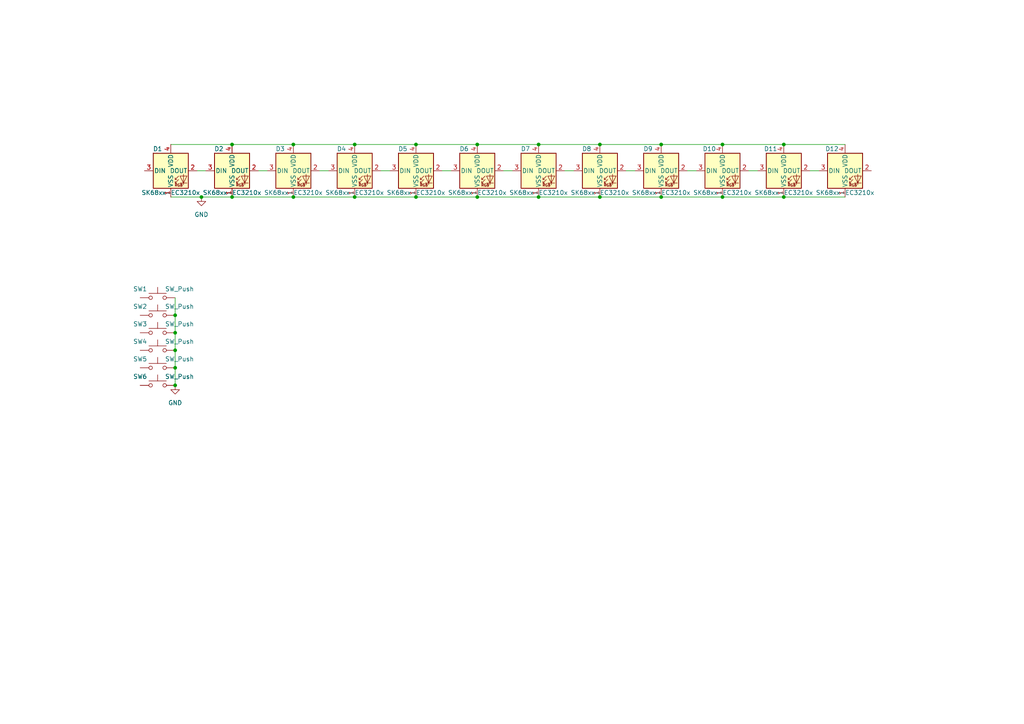
<source format=kicad_sch>
(kicad_sch (version 20230121) (generator eeschema)
  (paper "A4")
  (lib_symbols
    (symbol "Switch:SW_Push" (pin_numbers hide) (pin_names (offset 1.016) hide)
      (property "Reference" "SW" (at 1.27 2.54 0))
      (property "Value" "SW_Push" (at 0 -1.524 0))
      (symbol "SW_Push_0_1"
        (circle (center -2.032 0) (radius 0.508))
        (polyline (pts (xy 0 1.27) (xy 0 3.048)))
        (polyline (pts (xy 2.54 1.27) (xy -2.54 1.27)))
        (circle (center 2.032 0) (radius 0.508))
        (pin passive line (at -5.08 0 0) (length 2.54) (name "1") (number "1"))
        (pin passive line (at 5.08 0 180) (length 2.54) (name "2") (number "2"))
      )
    )
    (symbol "nodular:SK68xx-EC3210x" (pin_names (offset 0.254))
      (property "Reference" "D" (at 5.08 5.715 0))
      (property "Value" "SK68xx-EC3210x" (at 1.27 -5.715 0))
      (symbol "SK68xx-EC3210x_0_0"
        (text "RGB" (at 2.286 -4.191 0) (effects (font (size 0.762 0.762))))
      )
      (symbol "SK68xx-EC3210x_0_1"
        (polyline (pts (xy 1.27 -3.556) (xy 1.778 -3.556)))
        (polyline (pts (xy 1.27 -2.54) (xy 1.778 -2.54)))
        (polyline (pts (xy 4.699 -3.556) (xy 2.667 -3.556)))
        (polyline (pts (xy 2.286 -2.54) (xy 1.27 -3.556) (xy 1.27 -3.048)))
        (polyline (pts (xy 2.286 -1.524) (xy 1.27 -2.54) (xy 1.27 -2.032)))
        (polyline (pts (xy 3.683 -1.016) (xy 3.683 -3.556) (xy 3.683 -4.064)))
        (polyline (pts (xy 4.699 -1.524) (xy 2.667 -1.524) (xy 3.683 -3.556) (xy 4.699 -1.524)))
        (rectangle (start 5.08 5.08) (end -5.08 -5.08) (stroke (width 0.254)) (fill (type background)))
      )
      (symbol "SK68xx-EC3210x_1_1"
        (pin power_in line (at 0 -7.62 90) (length 2.54) (name "VSS") (number "1"))
        (pin output line (at 7.62 0 180) (length 2.54) (name "DOUT") (number "2"))
        (pin input line (at -7.62 0 0) (length 2.54) (name "DIN") (number "3"))
        (pin power_in line (at 0 7.62 270) (length 2.54) (name "VDD") (number "4"))
      )
    )
    (symbol "power:GND" (power) (pin_names (offset 0))
      (property "Value" "GND" (at 0 -3.81 0))
      (symbol "GND_0_1"
        (polyline (pts (xy 0 0) (xy 0 -1.27) (xy 1.27 -1.27) (xy 0 -2.54) (xy -1.27 -1.27) (xy 0 -1.27)))
      )
      (symbol "GND_1_1"
        (pin power_in line (at 0 0 270) (length 0) hide (name "GND") (number "1"))
      )
    )
  )
  (junction (at 191.77 41.91))
  (junction (at 50.8 101.6))
  (junction (at 120.65 57.15))
  (junction (at 50.8 106.68))
  (junction (at 50.8 111.76))
  (junction (at 67.31 57.15))
  (junction (at 120.65 41.91))
  (junction (at 138.43 57.15))
  (junction (at 227.33 41.91))
  (junction (at 209.55 41.91))
  (junction (at 102.87 41.91))
  (junction (at 58.42 57.15))
  (junction (at 138.43 41.91))
  (junction (at 50.8 91.44))
  (junction (at 227.33 57.15))
  (junction (at 173.99 41.91))
  (junction (at 191.77 57.15))
  (junction (at 50.8 96.52))
  (junction (at 67.31 41.91))
  (junction (at 102.87 57.15))
  (junction (at 85.09 41.91))
  (junction (at 156.21 41.91))
  (junction (at 173.99 57.15))
  (junction (at 209.55 57.15))
  (junction (at 85.09 57.15))
  (junction (at 156.21 57.15))
  (wire (pts (xy 74.93 49.53) (xy 77.47 49.53)))
  (wire (pts (xy 199.39 49.53) (xy 201.93 49.53)))
  (wire (pts (xy 58.42 57.15) (xy 67.31 57.15)))
  (wire (pts (xy 49.53 57.15) (xy 58.42 57.15)))
  (wire (pts (xy 50.8 106.68) (xy 50.8 111.76)))
  (wire (pts (xy 163.83 49.53) (xy 166.37 49.53)))
  (wire (pts (xy 191.77 41.91) (xy 209.55 41.91)))
  (wire (pts (xy 67.31 41.91) (xy 85.09 41.91)))
  (wire (pts (xy 227.33 41.91) (xy 245.11 41.91)))
  (wire (pts (xy 102.87 41.91) (xy 120.65 41.91)))
  (wire (pts (xy 50.8 86.36) (xy 50.8 91.44)))
  (wire (pts (xy 227.33 57.15) (xy 245.11 57.15)))
  (wire (pts (xy 120.65 57.15) (xy 138.43 57.15)))
  (wire (pts (xy 191.77 57.15) (xy 209.55 57.15)))
  (wire (pts (xy 102.87 57.15) (xy 120.65 57.15)))
  (wire (pts (xy 217.17 49.53) (xy 219.71 49.53)))
  (wire (pts (xy 49.53 41.91) (xy 67.31 41.91)))
  (wire (pts (xy 146.05 49.53) (xy 148.59 49.53)))
  (wire (pts (xy 138.43 41.91) (xy 156.21 41.91)))
  (wire (pts (xy 110.49 49.53) (xy 113.03 49.53)))
  (wire (pts (xy 67.31 57.15) (xy 85.09 57.15)))
  (wire (pts (xy 181.61 49.53) (xy 184.15 49.53)))
  (wire (pts (xy 209.55 57.15) (xy 227.33 57.15)))
  (wire (pts (xy 156.21 57.15) (xy 173.99 57.15)))
  (wire (pts (xy 50.8 91.44) (xy 50.8 96.52)))
  (wire (pts (xy 92.71 49.53) (xy 95.25 49.53)))
  (wire (pts (xy 120.65 41.91) (xy 138.43 41.91)))
  (wire (pts (xy 128.27 49.53) (xy 130.81 49.53)))
  (wire (pts (xy 209.55 41.91) (xy 227.33 41.91)))
  (wire (pts (xy 85.09 41.91) (xy 102.87 41.91)))
  (wire (pts (xy 57.15 49.53) (xy 59.69 49.53)))
  (wire (pts (xy 173.99 57.15) (xy 191.77 57.15)))
  (wire (pts (xy 156.21 41.91) (xy 173.99 41.91)))
  (wire (pts (xy 173.99 41.91) (xy 191.77 41.91)))
  (wire (pts (xy 50.8 101.6) (xy 50.8 106.68)))
  (wire (pts (xy 234.95 49.53) (xy 237.49 49.53)))
  (wire (pts (xy 85.09 57.15) (xy 102.87 57.15)))
  (wire (pts (xy 138.43 57.15) (xy 156.21 57.15)))
  (wire (pts (xy 50.8 96.52) (xy 50.8 101.6)))
  (symbol (lib_id "nodular:SK68xx-EC3210x") (at 49.53 49.53 0) (unit 1)
    (property "Reference" "D1" (at 45.72 43.18 0))
    (property "Value" "SK68xx-EC3210x" (at 49.53 55.88 0))
    (property "Footprint" "nodular:SK68XX-EC3210F" (effects hide))
    (property "Datasheet" "https://cdn-shop.adafruit.com/product-files/4892/4892_SK68XX-EC3210F__REV.A.pdf" (effects hide))
  )
  (symbol (lib_id "Switch:SW_Push") (at 45.72 86.36 0) (unit 1)
    (property "Reference" "SW1" (at 40.64 83.82 0))
    (property "Value" "SW_Push" (at 52.07 83.82 0))
    (property "Footprint" "nodular:sidebutton-1TS003B-1400-3500A-CT" (effects hide))
  )
  (symbol (lib_id "nodular:SK68xx-EC3210x") (at 67.31 49.53 0) (unit 1)
    (property "Reference" "D2" (at 63.5 43.18 0))
    (property "Value" "SK68xx-EC3210x" (at 67.31 55.88 0))
    (property "Footprint" "nodular:SK68XX-EC3210F" (effects hide))
    (property "Datasheet" "https://cdn-shop.adafruit.com/product-files/4892/4892_SK68XX-EC3210F__REV.A.pdf" (effects hide))
  )
  (symbol (lib_id "Switch:SW_Push") (at 45.72 106.68 0) (unit 1)
    (property "Reference" "SW5" (at 40.64 104.14 0))
    (property "Value" "SW_Push" (at 52.07 104.14 0))
    (property "Footprint" "nodular:sidebutton-1TS003B-1400-3500A-CT" (effects hide))
  )
  (symbol (lib_id "nodular:SK68xx-EC3210x") (at 209.55 49.53 0) (unit 1)
    (property "Reference" "D10" (at 205.74 43.18 0))
    (property "Value" "SK68xx-EC3210x" (at 209.55 55.88 0))
    (property "Footprint" "nodular:SK68XX-EC3210F" (effects hide))
    (property "Datasheet" "https://cdn-shop.adafruit.com/product-files/4892/4892_SK68XX-EC3210F__REV.A.pdf" (effects hide))
  )
  (symbol (lib_id "nodular:SK68xx-EC3210x") (at 102.87 49.53 0) (unit 1)
    (property "Reference" "D4" (at 99.06 43.18 0))
    (property "Value" "SK68xx-EC3210x" (at 102.87 55.88 0))
    (property "Footprint" "nodular:SK68XX-EC3210F" (effects hide))
    (property "Datasheet" "https://cdn-shop.adafruit.com/product-files/4892/4892_SK68XX-EC3210F__REV.A.pdf" (effects hide))
  )
  (symbol (lib_id "power:GND") (at 58.42 57.15 0) (unit 1)
    (property "Reference" "#PWR01" (effects hide))
    (property "Value" "GND" (at 58.42 62.23 0))
  )
  (symbol (lib_id "power:GND") (at 50.8 111.76 0) (unit 1)
    (property "Reference" "#PWR02" (effects hide))
    (property "Value" "GND" (at 50.8 116.84 0))
  )
  (symbol (lib_id "Switch:SW_Push") (at 45.72 91.44 0) (unit 1)
    (property "Reference" "SW2" (at 40.64 88.9 0))
    (property "Value" "SW_Push" (at 52.07 88.9 0))
    (property "Footprint" "nodular:sidebutton-1TS003B-1400-3500A-CT" (effects hide))
  )
  (symbol (lib_id "nodular:SK68xx-EC3210x") (at 245.11 49.53 0) (unit 1)
    (property "Reference" "D12" (at 241.3 43.18 0))
    (property "Value" "SK68xx-EC3210x" (at 245.11 55.88 0))
    (property "Footprint" "nodular:SK68XX-EC3210F" (effects hide))
    (property "Datasheet" "https://cdn-shop.adafruit.com/product-files/4892/4892_SK68XX-EC3210F__REV.A.pdf" (effects hide))
  )
  (symbol (lib_id "nodular:SK68xx-EC3210x") (at 120.65 49.53 0) (unit 1)
    (property "Reference" "D5" (at 116.84 43.18 0))
    (property "Value" "SK68xx-EC3210x" (at 120.65 55.88 0))
    (property "Footprint" "nodular:SK68XX-EC3210F" (effects hide))
    (property "Datasheet" "https://cdn-shop.adafruit.com/product-files/4892/4892_SK68XX-EC3210F__REV.A.pdf" (effects hide))
  )
  (symbol (lib_id "nodular:SK68xx-EC3210x") (at 138.43 49.53 0) (unit 1)
    (property "Reference" "D6" (at 134.62 43.18 0))
    (property "Value" "SK68xx-EC3210x" (at 138.43 55.88 0))
    (property "Footprint" "nodular:SK68XX-EC3210F" (effects hide))
    (property "Datasheet" "https://cdn-shop.adafruit.com/product-files/4892/4892_SK68XX-EC3210F__REV.A.pdf" (effects hide))
  )
  (symbol (lib_id "nodular:SK68xx-EC3210x") (at 173.99 49.53 0) (unit 1)
    (property "Reference" "D8" (at 170.18 43.18 0))
    (property "Value" "SK68xx-EC3210x" (at 173.99 55.88 0))
    (property "Footprint" "nodular:SK68XX-EC3210F" (effects hide))
    (property "Datasheet" "https://cdn-shop.adafruit.com/product-files/4892/4892_SK68XX-EC3210F__REV.A.pdf" (effects hide))
  )
  (symbol (lib_id "nodular:SK68xx-EC3210x") (at 85.09 49.53 0) (unit 1)
    (property "Reference" "D3" (at 81.28 43.18 0))
    (property "Value" "SK68xx-EC3210x" (at 85.09 55.88 0))
    (property "Footprint" "nodular:SK68XX-EC3210F" (effects hide))
    (property "Datasheet" "https://cdn-shop.adafruit.com/product-files/4892/4892_SK68XX-EC3210F__REV.A.pdf" (effects hide))
  )
  (symbol (lib_id "nodular:SK68xx-EC3210x") (at 156.21 49.53 0) (unit 1)
    (property "Reference" "D7" (at 152.4 43.18 0))
    (property "Value" "SK68xx-EC3210x" (at 156.21 55.88 0))
    (property "Footprint" "nodular:SK68XX-EC3210F" (effects hide))
    (property "Datasheet" "https://cdn-shop.adafruit.com/product-files/4892/4892_SK68XX-EC3210F__REV.A.pdf" (effects hide))
  )
  (symbol (lib_id "Switch:SW_Push") (at 45.72 101.6 0) (unit 1)
    (property "Reference" "SW4" (at 40.64 99.06 0))
    (property "Value" "SW_Push" (at 52.07 99.06 0))
    (property "Footprint" "nodular:sidebutton-1TS003B-1400-3500A-CT" (effects hide))
  )
  (symbol (lib_id "nodular:SK68xx-EC3210x") (at 227.33 49.53 0) (unit 1)
    (property "Reference" "D11" (at 223.52 43.18 0))
    (property "Value" "SK68xx-EC3210x" (at 227.33 55.88 0))
    (property "Footprint" "nodular:SK68XX-EC3210F" (effects hide))
    (property "Datasheet" "https://cdn-shop.adafruit.com/product-files/4892/4892_SK68XX-EC3210F__REV.A.pdf" (effects hide))
  )
  (symbol (lib_id "Switch:SW_Push") (at 45.72 111.76 0) (unit 1)
    (property "Reference" "SW6" (at 40.64 109.22 0))
    (property "Value" "SW_Push" (at 52.07 109.22 0))
    (property "Footprint" "nodular:sidebutton-1TS003B-1400-3500A-CT" (effects hide))
  )
  (symbol (lib_id "nodular:SK68xx-EC3210x") (at 191.77 49.53 0) (unit 1)
    (property "Reference" "D9" (at 187.96 43.18 0))
    (property "Value" "SK68xx-EC3210x" (at 191.77 55.88 0))
    (property "Footprint" "nodular:SK68XX-EC3210F" (effects hide))
    (property "Datasheet" "https://cdn-shop.adafruit.com/product-files/4892/4892_SK68XX-EC3210F__REV.A.pdf" (effects hide))
  )
  (symbol (lib_id "Switch:SW_Push") (at 45.72 96.52 0) (unit 1)
    (property "Reference" "SW3" (at 40.64 93.98 0))
    (property "Value" "SW_Push" (at 52.07 93.98 0))
    (property "Footprint" "nodular:sidebutton-1TS003B-1400-3500A-CT" (effects hide))
  )
)
</source>
